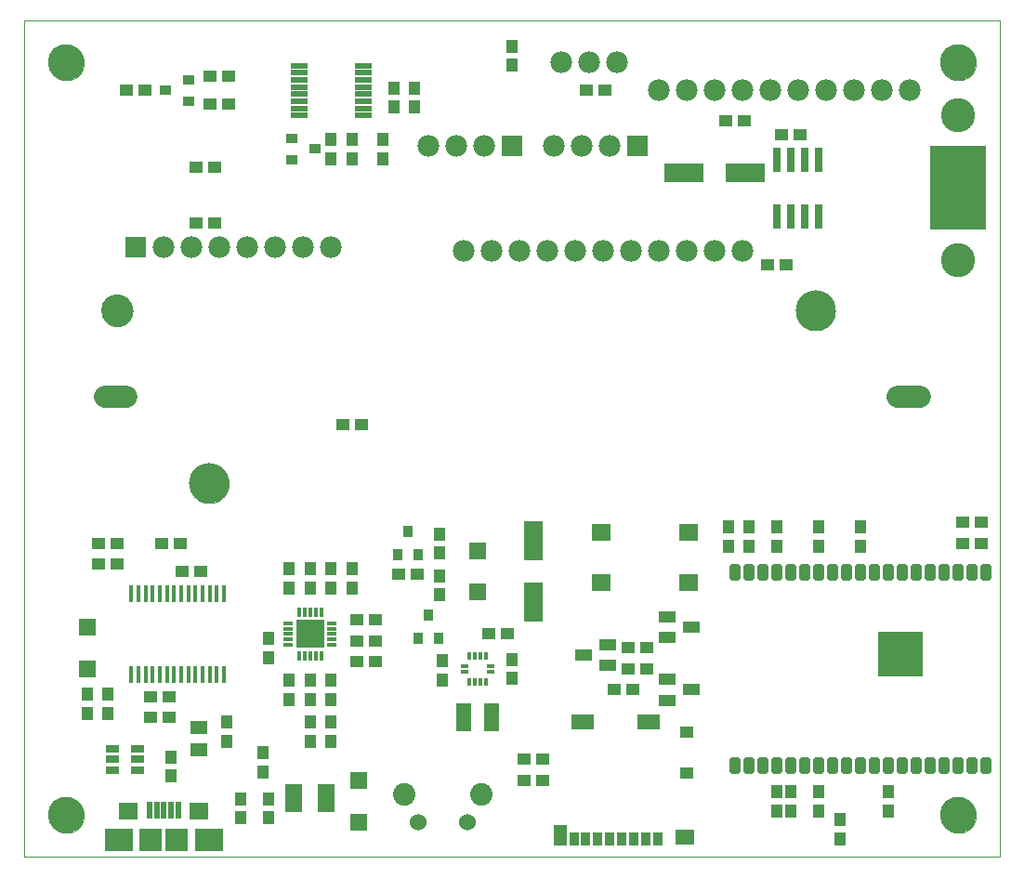
<source format=gts>
G75*
%MOIN*%
%OFA0B0*%
%FSLAX25Y25*%
%IPPOS*%
%LPD*%
%AMOC8*
5,1,8,0,0,1.08239X$1,22.5*
%
%ADD10C,0.00000*%
%ADD11C,0.12998*%
%ADD12C,0.02031*%
%ADD13R,0.16148X0.16148*%
%ADD14C,0.08077*%
%ADD15C,0.14400*%
%ADD16C,0.11424*%
%ADD17C,0.12211*%
%ADD18R,0.20400X0.30400*%
%ADD19R,0.04337X0.04731*%
%ADD20R,0.04731X0.04337*%
%ADD21R,0.01975X0.05912*%
%ADD22R,0.07880X0.07880*%
%ADD23R,0.09849X0.07880*%
%ADD24R,0.06699X0.06306*%
%ADD25R,0.05006X0.07487*%
%ADD26R,0.06502X0.05715*%
%ADD27R,0.03746X0.04731*%
%ADD28R,0.03353X0.04731*%
%ADD29R,0.07880X0.05715*%
%ADD30R,0.05124X0.04337*%
%ADD31R,0.05124X0.02762*%
%ADD32R,0.05912X0.05912*%
%ADD33C,0.07800*%
%ADD34R,0.07800X0.07800*%
%ADD35R,0.06306X0.05124*%
%ADD36R,0.06699X0.05912*%
%ADD37R,0.03943X0.03550*%
%ADD38R,0.05912X0.04337*%
%ADD39R,0.01770X0.05900*%
%ADD40R,0.02762X0.09061*%
%ADD41R,0.06306X0.01975*%
%ADD42R,0.01581X0.03353*%
%ADD43R,0.03353X0.01581*%
%ADD44R,0.10236X0.10236*%
%ADD45R,0.01384X0.03156*%
%ADD46R,0.03156X0.01384*%
%ADD47R,0.05518X0.10439*%
%ADD48R,0.06306X0.09849*%
%ADD49C,0.06022*%
%ADD50C,0.08077*%
%ADD51R,0.06699X0.14180*%
%ADD52R,0.14180X0.06699*%
%ADD53R,0.03550X0.03943*%
D10*
X0002050Y0016291D02*
X0002050Y0316291D01*
X0352050Y0316291D01*
X0352050Y0016291D01*
X0002050Y0016291D01*
X0010751Y0031291D02*
X0010753Y0031449D01*
X0010759Y0031607D01*
X0010769Y0031765D01*
X0010783Y0031923D01*
X0010801Y0032080D01*
X0010822Y0032237D01*
X0010848Y0032393D01*
X0010878Y0032549D01*
X0010911Y0032704D01*
X0010949Y0032857D01*
X0010990Y0033010D01*
X0011035Y0033162D01*
X0011084Y0033313D01*
X0011137Y0033462D01*
X0011193Y0033610D01*
X0011253Y0033756D01*
X0011317Y0033901D01*
X0011385Y0034044D01*
X0011456Y0034186D01*
X0011530Y0034326D01*
X0011608Y0034463D01*
X0011690Y0034599D01*
X0011774Y0034733D01*
X0011863Y0034864D01*
X0011954Y0034993D01*
X0012049Y0035120D01*
X0012146Y0035245D01*
X0012247Y0035367D01*
X0012351Y0035486D01*
X0012458Y0035603D01*
X0012568Y0035717D01*
X0012681Y0035828D01*
X0012796Y0035937D01*
X0012914Y0036042D01*
X0013035Y0036144D01*
X0013158Y0036244D01*
X0013284Y0036340D01*
X0013412Y0036433D01*
X0013542Y0036523D01*
X0013675Y0036609D01*
X0013810Y0036693D01*
X0013946Y0036772D01*
X0014085Y0036849D01*
X0014226Y0036921D01*
X0014368Y0036991D01*
X0014512Y0037056D01*
X0014658Y0037118D01*
X0014805Y0037176D01*
X0014954Y0037231D01*
X0015104Y0037282D01*
X0015255Y0037329D01*
X0015407Y0037372D01*
X0015560Y0037411D01*
X0015715Y0037447D01*
X0015870Y0037478D01*
X0016026Y0037506D01*
X0016182Y0037530D01*
X0016339Y0037550D01*
X0016497Y0037566D01*
X0016654Y0037578D01*
X0016813Y0037586D01*
X0016971Y0037590D01*
X0017129Y0037590D01*
X0017287Y0037586D01*
X0017446Y0037578D01*
X0017603Y0037566D01*
X0017761Y0037550D01*
X0017918Y0037530D01*
X0018074Y0037506D01*
X0018230Y0037478D01*
X0018385Y0037447D01*
X0018540Y0037411D01*
X0018693Y0037372D01*
X0018845Y0037329D01*
X0018996Y0037282D01*
X0019146Y0037231D01*
X0019295Y0037176D01*
X0019442Y0037118D01*
X0019588Y0037056D01*
X0019732Y0036991D01*
X0019874Y0036921D01*
X0020015Y0036849D01*
X0020154Y0036772D01*
X0020290Y0036693D01*
X0020425Y0036609D01*
X0020558Y0036523D01*
X0020688Y0036433D01*
X0020816Y0036340D01*
X0020942Y0036244D01*
X0021065Y0036144D01*
X0021186Y0036042D01*
X0021304Y0035937D01*
X0021419Y0035828D01*
X0021532Y0035717D01*
X0021642Y0035603D01*
X0021749Y0035486D01*
X0021853Y0035367D01*
X0021954Y0035245D01*
X0022051Y0035120D01*
X0022146Y0034993D01*
X0022237Y0034864D01*
X0022326Y0034733D01*
X0022410Y0034599D01*
X0022492Y0034463D01*
X0022570Y0034326D01*
X0022644Y0034186D01*
X0022715Y0034044D01*
X0022783Y0033901D01*
X0022847Y0033756D01*
X0022907Y0033610D01*
X0022963Y0033462D01*
X0023016Y0033313D01*
X0023065Y0033162D01*
X0023110Y0033010D01*
X0023151Y0032857D01*
X0023189Y0032704D01*
X0023222Y0032549D01*
X0023252Y0032393D01*
X0023278Y0032237D01*
X0023299Y0032080D01*
X0023317Y0031923D01*
X0023331Y0031765D01*
X0023341Y0031607D01*
X0023347Y0031449D01*
X0023349Y0031291D01*
X0023347Y0031133D01*
X0023341Y0030975D01*
X0023331Y0030817D01*
X0023317Y0030659D01*
X0023299Y0030502D01*
X0023278Y0030345D01*
X0023252Y0030189D01*
X0023222Y0030033D01*
X0023189Y0029878D01*
X0023151Y0029725D01*
X0023110Y0029572D01*
X0023065Y0029420D01*
X0023016Y0029269D01*
X0022963Y0029120D01*
X0022907Y0028972D01*
X0022847Y0028826D01*
X0022783Y0028681D01*
X0022715Y0028538D01*
X0022644Y0028396D01*
X0022570Y0028256D01*
X0022492Y0028119D01*
X0022410Y0027983D01*
X0022326Y0027849D01*
X0022237Y0027718D01*
X0022146Y0027589D01*
X0022051Y0027462D01*
X0021954Y0027337D01*
X0021853Y0027215D01*
X0021749Y0027096D01*
X0021642Y0026979D01*
X0021532Y0026865D01*
X0021419Y0026754D01*
X0021304Y0026645D01*
X0021186Y0026540D01*
X0021065Y0026438D01*
X0020942Y0026338D01*
X0020816Y0026242D01*
X0020688Y0026149D01*
X0020558Y0026059D01*
X0020425Y0025973D01*
X0020290Y0025889D01*
X0020154Y0025810D01*
X0020015Y0025733D01*
X0019874Y0025661D01*
X0019732Y0025591D01*
X0019588Y0025526D01*
X0019442Y0025464D01*
X0019295Y0025406D01*
X0019146Y0025351D01*
X0018996Y0025300D01*
X0018845Y0025253D01*
X0018693Y0025210D01*
X0018540Y0025171D01*
X0018385Y0025135D01*
X0018230Y0025104D01*
X0018074Y0025076D01*
X0017918Y0025052D01*
X0017761Y0025032D01*
X0017603Y0025016D01*
X0017446Y0025004D01*
X0017287Y0024996D01*
X0017129Y0024992D01*
X0016971Y0024992D01*
X0016813Y0024996D01*
X0016654Y0025004D01*
X0016497Y0025016D01*
X0016339Y0025032D01*
X0016182Y0025052D01*
X0016026Y0025076D01*
X0015870Y0025104D01*
X0015715Y0025135D01*
X0015560Y0025171D01*
X0015407Y0025210D01*
X0015255Y0025253D01*
X0015104Y0025300D01*
X0014954Y0025351D01*
X0014805Y0025406D01*
X0014658Y0025464D01*
X0014512Y0025526D01*
X0014368Y0025591D01*
X0014226Y0025661D01*
X0014085Y0025733D01*
X0013946Y0025810D01*
X0013810Y0025889D01*
X0013675Y0025973D01*
X0013542Y0026059D01*
X0013412Y0026149D01*
X0013284Y0026242D01*
X0013158Y0026338D01*
X0013035Y0026438D01*
X0012914Y0026540D01*
X0012796Y0026645D01*
X0012681Y0026754D01*
X0012568Y0026865D01*
X0012458Y0026979D01*
X0012351Y0027096D01*
X0012247Y0027215D01*
X0012146Y0027337D01*
X0012049Y0027462D01*
X0011954Y0027589D01*
X0011863Y0027718D01*
X0011774Y0027849D01*
X0011690Y0027983D01*
X0011608Y0028119D01*
X0011530Y0028256D01*
X0011456Y0028396D01*
X0011385Y0028538D01*
X0011317Y0028681D01*
X0011253Y0028826D01*
X0011193Y0028972D01*
X0011137Y0029120D01*
X0011084Y0029269D01*
X0011035Y0029420D01*
X0010990Y0029572D01*
X0010949Y0029725D01*
X0010911Y0029878D01*
X0010878Y0030033D01*
X0010848Y0030189D01*
X0010822Y0030345D01*
X0010801Y0030502D01*
X0010783Y0030659D01*
X0010769Y0030817D01*
X0010759Y0030975D01*
X0010753Y0031133D01*
X0010751Y0031291D01*
X0061300Y0150291D02*
X0061302Y0150463D01*
X0061308Y0150634D01*
X0061319Y0150806D01*
X0061334Y0150977D01*
X0061353Y0151148D01*
X0061376Y0151318D01*
X0061403Y0151488D01*
X0061435Y0151657D01*
X0061470Y0151825D01*
X0061510Y0151992D01*
X0061554Y0152158D01*
X0061601Y0152323D01*
X0061653Y0152487D01*
X0061709Y0152649D01*
X0061769Y0152810D01*
X0061833Y0152970D01*
X0061901Y0153128D01*
X0061972Y0153284D01*
X0062047Y0153438D01*
X0062127Y0153591D01*
X0062209Y0153741D01*
X0062296Y0153890D01*
X0062386Y0154036D01*
X0062480Y0154180D01*
X0062577Y0154322D01*
X0062678Y0154461D01*
X0062782Y0154598D01*
X0062889Y0154732D01*
X0063000Y0154863D01*
X0063113Y0154992D01*
X0063230Y0155118D01*
X0063350Y0155241D01*
X0063473Y0155361D01*
X0063599Y0155478D01*
X0063728Y0155591D01*
X0063859Y0155702D01*
X0063993Y0155809D01*
X0064130Y0155913D01*
X0064269Y0156014D01*
X0064411Y0156111D01*
X0064555Y0156205D01*
X0064701Y0156295D01*
X0064850Y0156382D01*
X0065000Y0156464D01*
X0065153Y0156544D01*
X0065307Y0156619D01*
X0065463Y0156690D01*
X0065621Y0156758D01*
X0065781Y0156822D01*
X0065942Y0156882D01*
X0066104Y0156938D01*
X0066268Y0156990D01*
X0066433Y0157037D01*
X0066599Y0157081D01*
X0066766Y0157121D01*
X0066934Y0157156D01*
X0067103Y0157188D01*
X0067273Y0157215D01*
X0067443Y0157238D01*
X0067614Y0157257D01*
X0067785Y0157272D01*
X0067957Y0157283D01*
X0068128Y0157289D01*
X0068300Y0157291D01*
X0068472Y0157289D01*
X0068643Y0157283D01*
X0068815Y0157272D01*
X0068986Y0157257D01*
X0069157Y0157238D01*
X0069327Y0157215D01*
X0069497Y0157188D01*
X0069666Y0157156D01*
X0069834Y0157121D01*
X0070001Y0157081D01*
X0070167Y0157037D01*
X0070332Y0156990D01*
X0070496Y0156938D01*
X0070658Y0156882D01*
X0070819Y0156822D01*
X0070979Y0156758D01*
X0071137Y0156690D01*
X0071293Y0156619D01*
X0071447Y0156544D01*
X0071600Y0156464D01*
X0071750Y0156382D01*
X0071899Y0156295D01*
X0072045Y0156205D01*
X0072189Y0156111D01*
X0072331Y0156014D01*
X0072470Y0155913D01*
X0072607Y0155809D01*
X0072741Y0155702D01*
X0072872Y0155591D01*
X0073001Y0155478D01*
X0073127Y0155361D01*
X0073250Y0155241D01*
X0073370Y0155118D01*
X0073487Y0154992D01*
X0073600Y0154863D01*
X0073711Y0154732D01*
X0073818Y0154598D01*
X0073922Y0154461D01*
X0074023Y0154322D01*
X0074120Y0154180D01*
X0074214Y0154036D01*
X0074304Y0153890D01*
X0074391Y0153741D01*
X0074473Y0153591D01*
X0074553Y0153438D01*
X0074628Y0153284D01*
X0074699Y0153128D01*
X0074767Y0152970D01*
X0074831Y0152810D01*
X0074891Y0152649D01*
X0074947Y0152487D01*
X0074999Y0152323D01*
X0075046Y0152158D01*
X0075090Y0151992D01*
X0075130Y0151825D01*
X0075165Y0151657D01*
X0075197Y0151488D01*
X0075224Y0151318D01*
X0075247Y0151148D01*
X0075266Y0150977D01*
X0075281Y0150806D01*
X0075292Y0150634D01*
X0075298Y0150463D01*
X0075300Y0150291D01*
X0075298Y0150119D01*
X0075292Y0149948D01*
X0075281Y0149776D01*
X0075266Y0149605D01*
X0075247Y0149434D01*
X0075224Y0149264D01*
X0075197Y0149094D01*
X0075165Y0148925D01*
X0075130Y0148757D01*
X0075090Y0148590D01*
X0075046Y0148424D01*
X0074999Y0148259D01*
X0074947Y0148095D01*
X0074891Y0147933D01*
X0074831Y0147772D01*
X0074767Y0147612D01*
X0074699Y0147454D01*
X0074628Y0147298D01*
X0074553Y0147144D01*
X0074473Y0146991D01*
X0074391Y0146841D01*
X0074304Y0146692D01*
X0074214Y0146546D01*
X0074120Y0146402D01*
X0074023Y0146260D01*
X0073922Y0146121D01*
X0073818Y0145984D01*
X0073711Y0145850D01*
X0073600Y0145719D01*
X0073487Y0145590D01*
X0073370Y0145464D01*
X0073250Y0145341D01*
X0073127Y0145221D01*
X0073001Y0145104D01*
X0072872Y0144991D01*
X0072741Y0144880D01*
X0072607Y0144773D01*
X0072470Y0144669D01*
X0072331Y0144568D01*
X0072189Y0144471D01*
X0072045Y0144377D01*
X0071899Y0144287D01*
X0071750Y0144200D01*
X0071600Y0144118D01*
X0071447Y0144038D01*
X0071293Y0143963D01*
X0071137Y0143892D01*
X0070979Y0143824D01*
X0070819Y0143760D01*
X0070658Y0143700D01*
X0070496Y0143644D01*
X0070332Y0143592D01*
X0070167Y0143545D01*
X0070001Y0143501D01*
X0069834Y0143461D01*
X0069666Y0143426D01*
X0069497Y0143394D01*
X0069327Y0143367D01*
X0069157Y0143344D01*
X0068986Y0143325D01*
X0068815Y0143310D01*
X0068643Y0143299D01*
X0068472Y0143293D01*
X0068300Y0143291D01*
X0068128Y0143293D01*
X0067957Y0143299D01*
X0067785Y0143310D01*
X0067614Y0143325D01*
X0067443Y0143344D01*
X0067273Y0143367D01*
X0067103Y0143394D01*
X0066934Y0143426D01*
X0066766Y0143461D01*
X0066599Y0143501D01*
X0066433Y0143545D01*
X0066268Y0143592D01*
X0066104Y0143644D01*
X0065942Y0143700D01*
X0065781Y0143760D01*
X0065621Y0143824D01*
X0065463Y0143892D01*
X0065307Y0143963D01*
X0065153Y0144038D01*
X0065000Y0144118D01*
X0064850Y0144200D01*
X0064701Y0144287D01*
X0064555Y0144377D01*
X0064411Y0144471D01*
X0064269Y0144568D01*
X0064130Y0144669D01*
X0063993Y0144773D01*
X0063859Y0144880D01*
X0063728Y0144991D01*
X0063599Y0145104D01*
X0063473Y0145221D01*
X0063350Y0145341D01*
X0063230Y0145464D01*
X0063113Y0145590D01*
X0063000Y0145719D01*
X0062889Y0145850D01*
X0062782Y0145984D01*
X0062678Y0146121D01*
X0062577Y0146260D01*
X0062480Y0146402D01*
X0062386Y0146546D01*
X0062296Y0146692D01*
X0062209Y0146841D01*
X0062127Y0146991D01*
X0062047Y0147144D01*
X0061972Y0147298D01*
X0061901Y0147454D01*
X0061833Y0147612D01*
X0061769Y0147772D01*
X0061709Y0147933D01*
X0061653Y0148095D01*
X0061601Y0148259D01*
X0061554Y0148424D01*
X0061510Y0148590D01*
X0061470Y0148757D01*
X0061435Y0148925D01*
X0061403Y0149094D01*
X0061376Y0149264D01*
X0061353Y0149434D01*
X0061334Y0149605D01*
X0061319Y0149776D01*
X0061308Y0149948D01*
X0061302Y0150119D01*
X0061300Y0150291D01*
X0029788Y0212291D02*
X0029790Y0212439D01*
X0029796Y0212587D01*
X0029806Y0212735D01*
X0029820Y0212882D01*
X0029838Y0213029D01*
X0029859Y0213175D01*
X0029885Y0213321D01*
X0029915Y0213466D01*
X0029948Y0213610D01*
X0029986Y0213753D01*
X0030027Y0213895D01*
X0030072Y0214036D01*
X0030120Y0214176D01*
X0030173Y0214315D01*
X0030229Y0214452D01*
X0030289Y0214587D01*
X0030352Y0214721D01*
X0030419Y0214853D01*
X0030490Y0214983D01*
X0030564Y0215111D01*
X0030641Y0215237D01*
X0030722Y0215361D01*
X0030806Y0215483D01*
X0030893Y0215602D01*
X0030984Y0215719D01*
X0031078Y0215834D01*
X0031174Y0215946D01*
X0031274Y0216056D01*
X0031376Y0216162D01*
X0031482Y0216266D01*
X0031590Y0216367D01*
X0031701Y0216465D01*
X0031814Y0216561D01*
X0031930Y0216653D01*
X0032048Y0216742D01*
X0032169Y0216827D01*
X0032292Y0216910D01*
X0032417Y0216989D01*
X0032544Y0217065D01*
X0032673Y0217137D01*
X0032804Y0217206D01*
X0032937Y0217271D01*
X0033072Y0217332D01*
X0033208Y0217390D01*
X0033345Y0217445D01*
X0033484Y0217495D01*
X0033625Y0217542D01*
X0033766Y0217585D01*
X0033909Y0217625D01*
X0034053Y0217660D01*
X0034197Y0217692D01*
X0034343Y0217719D01*
X0034489Y0217743D01*
X0034636Y0217763D01*
X0034783Y0217779D01*
X0034930Y0217791D01*
X0035078Y0217799D01*
X0035226Y0217803D01*
X0035374Y0217803D01*
X0035522Y0217799D01*
X0035670Y0217791D01*
X0035817Y0217779D01*
X0035964Y0217763D01*
X0036111Y0217743D01*
X0036257Y0217719D01*
X0036403Y0217692D01*
X0036547Y0217660D01*
X0036691Y0217625D01*
X0036834Y0217585D01*
X0036975Y0217542D01*
X0037116Y0217495D01*
X0037255Y0217445D01*
X0037392Y0217390D01*
X0037528Y0217332D01*
X0037663Y0217271D01*
X0037796Y0217206D01*
X0037927Y0217137D01*
X0038056Y0217065D01*
X0038183Y0216989D01*
X0038308Y0216910D01*
X0038431Y0216827D01*
X0038552Y0216742D01*
X0038670Y0216653D01*
X0038786Y0216561D01*
X0038899Y0216465D01*
X0039010Y0216367D01*
X0039118Y0216266D01*
X0039224Y0216162D01*
X0039326Y0216056D01*
X0039426Y0215946D01*
X0039522Y0215834D01*
X0039616Y0215719D01*
X0039707Y0215602D01*
X0039794Y0215483D01*
X0039878Y0215361D01*
X0039959Y0215237D01*
X0040036Y0215111D01*
X0040110Y0214983D01*
X0040181Y0214853D01*
X0040248Y0214721D01*
X0040311Y0214587D01*
X0040371Y0214452D01*
X0040427Y0214315D01*
X0040480Y0214176D01*
X0040528Y0214036D01*
X0040573Y0213895D01*
X0040614Y0213753D01*
X0040652Y0213610D01*
X0040685Y0213466D01*
X0040715Y0213321D01*
X0040741Y0213175D01*
X0040762Y0213029D01*
X0040780Y0212882D01*
X0040794Y0212735D01*
X0040804Y0212587D01*
X0040810Y0212439D01*
X0040812Y0212291D01*
X0040810Y0212143D01*
X0040804Y0211995D01*
X0040794Y0211847D01*
X0040780Y0211700D01*
X0040762Y0211553D01*
X0040741Y0211407D01*
X0040715Y0211261D01*
X0040685Y0211116D01*
X0040652Y0210972D01*
X0040614Y0210829D01*
X0040573Y0210687D01*
X0040528Y0210546D01*
X0040480Y0210406D01*
X0040427Y0210267D01*
X0040371Y0210130D01*
X0040311Y0209995D01*
X0040248Y0209861D01*
X0040181Y0209729D01*
X0040110Y0209599D01*
X0040036Y0209471D01*
X0039959Y0209345D01*
X0039878Y0209221D01*
X0039794Y0209099D01*
X0039707Y0208980D01*
X0039616Y0208863D01*
X0039522Y0208748D01*
X0039426Y0208636D01*
X0039326Y0208526D01*
X0039224Y0208420D01*
X0039118Y0208316D01*
X0039010Y0208215D01*
X0038899Y0208117D01*
X0038786Y0208021D01*
X0038670Y0207929D01*
X0038552Y0207840D01*
X0038431Y0207755D01*
X0038308Y0207672D01*
X0038183Y0207593D01*
X0038056Y0207517D01*
X0037927Y0207445D01*
X0037796Y0207376D01*
X0037663Y0207311D01*
X0037528Y0207250D01*
X0037392Y0207192D01*
X0037255Y0207137D01*
X0037116Y0207087D01*
X0036975Y0207040D01*
X0036834Y0206997D01*
X0036691Y0206957D01*
X0036547Y0206922D01*
X0036403Y0206890D01*
X0036257Y0206863D01*
X0036111Y0206839D01*
X0035964Y0206819D01*
X0035817Y0206803D01*
X0035670Y0206791D01*
X0035522Y0206783D01*
X0035374Y0206779D01*
X0035226Y0206779D01*
X0035078Y0206783D01*
X0034930Y0206791D01*
X0034783Y0206803D01*
X0034636Y0206819D01*
X0034489Y0206839D01*
X0034343Y0206863D01*
X0034197Y0206890D01*
X0034053Y0206922D01*
X0033909Y0206957D01*
X0033766Y0206997D01*
X0033625Y0207040D01*
X0033484Y0207087D01*
X0033345Y0207137D01*
X0033208Y0207192D01*
X0033072Y0207250D01*
X0032937Y0207311D01*
X0032804Y0207376D01*
X0032673Y0207445D01*
X0032544Y0207517D01*
X0032417Y0207593D01*
X0032292Y0207672D01*
X0032169Y0207755D01*
X0032048Y0207840D01*
X0031930Y0207929D01*
X0031814Y0208021D01*
X0031701Y0208117D01*
X0031590Y0208215D01*
X0031482Y0208316D01*
X0031376Y0208420D01*
X0031274Y0208526D01*
X0031174Y0208636D01*
X0031078Y0208748D01*
X0030984Y0208863D01*
X0030893Y0208980D01*
X0030806Y0209099D01*
X0030722Y0209221D01*
X0030641Y0209345D01*
X0030564Y0209471D01*
X0030490Y0209599D01*
X0030419Y0209729D01*
X0030352Y0209861D01*
X0030289Y0209995D01*
X0030229Y0210130D01*
X0030173Y0210267D01*
X0030120Y0210406D01*
X0030072Y0210546D01*
X0030027Y0210687D01*
X0029986Y0210829D01*
X0029948Y0210972D01*
X0029915Y0211116D01*
X0029885Y0211261D01*
X0029859Y0211407D01*
X0029838Y0211553D01*
X0029820Y0211700D01*
X0029806Y0211847D01*
X0029796Y0211995D01*
X0029790Y0212143D01*
X0029788Y0212291D01*
X0010751Y0301291D02*
X0010753Y0301449D01*
X0010759Y0301607D01*
X0010769Y0301765D01*
X0010783Y0301923D01*
X0010801Y0302080D01*
X0010822Y0302237D01*
X0010848Y0302393D01*
X0010878Y0302549D01*
X0010911Y0302704D01*
X0010949Y0302857D01*
X0010990Y0303010D01*
X0011035Y0303162D01*
X0011084Y0303313D01*
X0011137Y0303462D01*
X0011193Y0303610D01*
X0011253Y0303756D01*
X0011317Y0303901D01*
X0011385Y0304044D01*
X0011456Y0304186D01*
X0011530Y0304326D01*
X0011608Y0304463D01*
X0011690Y0304599D01*
X0011774Y0304733D01*
X0011863Y0304864D01*
X0011954Y0304993D01*
X0012049Y0305120D01*
X0012146Y0305245D01*
X0012247Y0305367D01*
X0012351Y0305486D01*
X0012458Y0305603D01*
X0012568Y0305717D01*
X0012681Y0305828D01*
X0012796Y0305937D01*
X0012914Y0306042D01*
X0013035Y0306144D01*
X0013158Y0306244D01*
X0013284Y0306340D01*
X0013412Y0306433D01*
X0013542Y0306523D01*
X0013675Y0306609D01*
X0013810Y0306693D01*
X0013946Y0306772D01*
X0014085Y0306849D01*
X0014226Y0306921D01*
X0014368Y0306991D01*
X0014512Y0307056D01*
X0014658Y0307118D01*
X0014805Y0307176D01*
X0014954Y0307231D01*
X0015104Y0307282D01*
X0015255Y0307329D01*
X0015407Y0307372D01*
X0015560Y0307411D01*
X0015715Y0307447D01*
X0015870Y0307478D01*
X0016026Y0307506D01*
X0016182Y0307530D01*
X0016339Y0307550D01*
X0016497Y0307566D01*
X0016654Y0307578D01*
X0016813Y0307586D01*
X0016971Y0307590D01*
X0017129Y0307590D01*
X0017287Y0307586D01*
X0017446Y0307578D01*
X0017603Y0307566D01*
X0017761Y0307550D01*
X0017918Y0307530D01*
X0018074Y0307506D01*
X0018230Y0307478D01*
X0018385Y0307447D01*
X0018540Y0307411D01*
X0018693Y0307372D01*
X0018845Y0307329D01*
X0018996Y0307282D01*
X0019146Y0307231D01*
X0019295Y0307176D01*
X0019442Y0307118D01*
X0019588Y0307056D01*
X0019732Y0306991D01*
X0019874Y0306921D01*
X0020015Y0306849D01*
X0020154Y0306772D01*
X0020290Y0306693D01*
X0020425Y0306609D01*
X0020558Y0306523D01*
X0020688Y0306433D01*
X0020816Y0306340D01*
X0020942Y0306244D01*
X0021065Y0306144D01*
X0021186Y0306042D01*
X0021304Y0305937D01*
X0021419Y0305828D01*
X0021532Y0305717D01*
X0021642Y0305603D01*
X0021749Y0305486D01*
X0021853Y0305367D01*
X0021954Y0305245D01*
X0022051Y0305120D01*
X0022146Y0304993D01*
X0022237Y0304864D01*
X0022326Y0304733D01*
X0022410Y0304599D01*
X0022492Y0304463D01*
X0022570Y0304326D01*
X0022644Y0304186D01*
X0022715Y0304044D01*
X0022783Y0303901D01*
X0022847Y0303756D01*
X0022907Y0303610D01*
X0022963Y0303462D01*
X0023016Y0303313D01*
X0023065Y0303162D01*
X0023110Y0303010D01*
X0023151Y0302857D01*
X0023189Y0302704D01*
X0023222Y0302549D01*
X0023252Y0302393D01*
X0023278Y0302237D01*
X0023299Y0302080D01*
X0023317Y0301923D01*
X0023331Y0301765D01*
X0023341Y0301607D01*
X0023347Y0301449D01*
X0023349Y0301291D01*
X0023347Y0301133D01*
X0023341Y0300975D01*
X0023331Y0300817D01*
X0023317Y0300659D01*
X0023299Y0300502D01*
X0023278Y0300345D01*
X0023252Y0300189D01*
X0023222Y0300033D01*
X0023189Y0299878D01*
X0023151Y0299725D01*
X0023110Y0299572D01*
X0023065Y0299420D01*
X0023016Y0299269D01*
X0022963Y0299120D01*
X0022907Y0298972D01*
X0022847Y0298826D01*
X0022783Y0298681D01*
X0022715Y0298538D01*
X0022644Y0298396D01*
X0022570Y0298256D01*
X0022492Y0298119D01*
X0022410Y0297983D01*
X0022326Y0297849D01*
X0022237Y0297718D01*
X0022146Y0297589D01*
X0022051Y0297462D01*
X0021954Y0297337D01*
X0021853Y0297215D01*
X0021749Y0297096D01*
X0021642Y0296979D01*
X0021532Y0296865D01*
X0021419Y0296754D01*
X0021304Y0296645D01*
X0021186Y0296540D01*
X0021065Y0296438D01*
X0020942Y0296338D01*
X0020816Y0296242D01*
X0020688Y0296149D01*
X0020558Y0296059D01*
X0020425Y0295973D01*
X0020290Y0295889D01*
X0020154Y0295810D01*
X0020015Y0295733D01*
X0019874Y0295661D01*
X0019732Y0295591D01*
X0019588Y0295526D01*
X0019442Y0295464D01*
X0019295Y0295406D01*
X0019146Y0295351D01*
X0018996Y0295300D01*
X0018845Y0295253D01*
X0018693Y0295210D01*
X0018540Y0295171D01*
X0018385Y0295135D01*
X0018230Y0295104D01*
X0018074Y0295076D01*
X0017918Y0295052D01*
X0017761Y0295032D01*
X0017603Y0295016D01*
X0017446Y0295004D01*
X0017287Y0294996D01*
X0017129Y0294992D01*
X0016971Y0294992D01*
X0016813Y0294996D01*
X0016654Y0295004D01*
X0016497Y0295016D01*
X0016339Y0295032D01*
X0016182Y0295052D01*
X0016026Y0295076D01*
X0015870Y0295104D01*
X0015715Y0295135D01*
X0015560Y0295171D01*
X0015407Y0295210D01*
X0015255Y0295253D01*
X0015104Y0295300D01*
X0014954Y0295351D01*
X0014805Y0295406D01*
X0014658Y0295464D01*
X0014512Y0295526D01*
X0014368Y0295591D01*
X0014226Y0295661D01*
X0014085Y0295733D01*
X0013946Y0295810D01*
X0013810Y0295889D01*
X0013675Y0295973D01*
X0013542Y0296059D01*
X0013412Y0296149D01*
X0013284Y0296242D01*
X0013158Y0296338D01*
X0013035Y0296438D01*
X0012914Y0296540D01*
X0012796Y0296645D01*
X0012681Y0296754D01*
X0012568Y0296865D01*
X0012458Y0296979D01*
X0012351Y0297096D01*
X0012247Y0297215D01*
X0012146Y0297337D01*
X0012049Y0297462D01*
X0011954Y0297589D01*
X0011863Y0297718D01*
X0011774Y0297849D01*
X0011690Y0297983D01*
X0011608Y0298119D01*
X0011530Y0298256D01*
X0011456Y0298396D01*
X0011385Y0298538D01*
X0011317Y0298681D01*
X0011253Y0298826D01*
X0011193Y0298972D01*
X0011137Y0299120D01*
X0011084Y0299269D01*
X0011035Y0299420D01*
X0010990Y0299572D01*
X0010949Y0299725D01*
X0010911Y0299878D01*
X0010878Y0300033D01*
X0010848Y0300189D01*
X0010822Y0300345D01*
X0010801Y0300502D01*
X0010783Y0300659D01*
X0010769Y0300817D01*
X0010759Y0300975D01*
X0010753Y0301133D01*
X0010751Y0301291D01*
X0278800Y0212291D02*
X0278802Y0212463D01*
X0278808Y0212634D01*
X0278819Y0212806D01*
X0278834Y0212977D01*
X0278853Y0213148D01*
X0278876Y0213318D01*
X0278903Y0213488D01*
X0278935Y0213657D01*
X0278970Y0213825D01*
X0279010Y0213992D01*
X0279054Y0214158D01*
X0279101Y0214323D01*
X0279153Y0214487D01*
X0279209Y0214649D01*
X0279269Y0214810D01*
X0279333Y0214970D01*
X0279401Y0215128D01*
X0279472Y0215284D01*
X0279547Y0215438D01*
X0279627Y0215591D01*
X0279709Y0215741D01*
X0279796Y0215890D01*
X0279886Y0216036D01*
X0279980Y0216180D01*
X0280077Y0216322D01*
X0280178Y0216461D01*
X0280282Y0216598D01*
X0280389Y0216732D01*
X0280500Y0216863D01*
X0280613Y0216992D01*
X0280730Y0217118D01*
X0280850Y0217241D01*
X0280973Y0217361D01*
X0281099Y0217478D01*
X0281228Y0217591D01*
X0281359Y0217702D01*
X0281493Y0217809D01*
X0281630Y0217913D01*
X0281769Y0218014D01*
X0281911Y0218111D01*
X0282055Y0218205D01*
X0282201Y0218295D01*
X0282350Y0218382D01*
X0282500Y0218464D01*
X0282653Y0218544D01*
X0282807Y0218619D01*
X0282963Y0218690D01*
X0283121Y0218758D01*
X0283281Y0218822D01*
X0283442Y0218882D01*
X0283604Y0218938D01*
X0283768Y0218990D01*
X0283933Y0219037D01*
X0284099Y0219081D01*
X0284266Y0219121D01*
X0284434Y0219156D01*
X0284603Y0219188D01*
X0284773Y0219215D01*
X0284943Y0219238D01*
X0285114Y0219257D01*
X0285285Y0219272D01*
X0285457Y0219283D01*
X0285628Y0219289D01*
X0285800Y0219291D01*
X0285972Y0219289D01*
X0286143Y0219283D01*
X0286315Y0219272D01*
X0286486Y0219257D01*
X0286657Y0219238D01*
X0286827Y0219215D01*
X0286997Y0219188D01*
X0287166Y0219156D01*
X0287334Y0219121D01*
X0287501Y0219081D01*
X0287667Y0219037D01*
X0287832Y0218990D01*
X0287996Y0218938D01*
X0288158Y0218882D01*
X0288319Y0218822D01*
X0288479Y0218758D01*
X0288637Y0218690D01*
X0288793Y0218619D01*
X0288947Y0218544D01*
X0289100Y0218464D01*
X0289250Y0218382D01*
X0289399Y0218295D01*
X0289545Y0218205D01*
X0289689Y0218111D01*
X0289831Y0218014D01*
X0289970Y0217913D01*
X0290107Y0217809D01*
X0290241Y0217702D01*
X0290372Y0217591D01*
X0290501Y0217478D01*
X0290627Y0217361D01*
X0290750Y0217241D01*
X0290870Y0217118D01*
X0290987Y0216992D01*
X0291100Y0216863D01*
X0291211Y0216732D01*
X0291318Y0216598D01*
X0291422Y0216461D01*
X0291523Y0216322D01*
X0291620Y0216180D01*
X0291714Y0216036D01*
X0291804Y0215890D01*
X0291891Y0215741D01*
X0291973Y0215591D01*
X0292053Y0215438D01*
X0292128Y0215284D01*
X0292199Y0215128D01*
X0292267Y0214970D01*
X0292331Y0214810D01*
X0292391Y0214649D01*
X0292447Y0214487D01*
X0292499Y0214323D01*
X0292546Y0214158D01*
X0292590Y0213992D01*
X0292630Y0213825D01*
X0292665Y0213657D01*
X0292697Y0213488D01*
X0292724Y0213318D01*
X0292747Y0213148D01*
X0292766Y0212977D01*
X0292781Y0212806D01*
X0292792Y0212634D01*
X0292798Y0212463D01*
X0292800Y0212291D01*
X0292798Y0212119D01*
X0292792Y0211948D01*
X0292781Y0211776D01*
X0292766Y0211605D01*
X0292747Y0211434D01*
X0292724Y0211264D01*
X0292697Y0211094D01*
X0292665Y0210925D01*
X0292630Y0210757D01*
X0292590Y0210590D01*
X0292546Y0210424D01*
X0292499Y0210259D01*
X0292447Y0210095D01*
X0292391Y0209933D01*
X0292331Y0209772D01*
X0292267Y0209612D01*
X0292199Y0209454D01*
X0292128Y0209298D01*
X0292053Y0209144D01*
X0291973Y0208991D01*
X0291891Y0208841D01*
X0291804Y0208692D01*
X0291714Y0208546D01*
X0291620Y0208402D01*
X0291523Y0208260D01*
X0291422Y0208121D01*
X0291318Y0207984D01*
X0291211Y0207850D01*
X0291100Y0207719D01*
X0290987Y0207590D01*
X0290870Y0207464D01*
X0290750Y0207341D01*
X0290627Y0207221D01*
X0290501Y0207104D01*
X0290372Y0206991D01*
X0290241Y0206880D01*
X0290107Y0206773D01*
X0289970Y0206669D01*
X0289831Y0206568D01*
X0289689Y0206471D01*
X0289545Y0206377D01*
X0289399Y0206287D01*
X0289250Y0206200D01*
X0289100Y0206118D01*
X0288947Y0206038D01*
X0288793Y0205963D01*
X0288637Y0205892D01*
X0288479Y0205824D01*
X0288319Y0205760D01*
X0288158Y0205700D01*
X0287996Y0205644D01*
X0287832Y0205592D01*
X0287667Y0205545D01*
X0287501Y0205501D01*
X0287334Y0205461D01*
X0287166Y0205426D01*
X0286997Y0205394D01*
X0286827Y0205367D01*
X0286657Y0205344D01*
X0286486Y0205325D01*
X0286315Y0205310D01*
X0286143Y0205299D01*
X0285972Y0205293D01*
X0285800Y0205291D01*
X0285628Y0205293D01*
X0285457Y0205299D01*
X0285285Y0205310D01*
X0285114Y0205325D01*
X0284943Y0205344D01*
X0284773Y0205367D01*
X0284603Y0205394D01*
X0284434Y0205426D01*
X0284266Y0205461D01*
X0284099Y0205501D01*
X0283933Y0205545D01*
X0283768Y0205592D01*
X0283604Y0205644D01*
X0283442Y0205700D01*
X0283281Y0205760D01*
X0283121Y0205824D01*
X0282963Y0205892D01*
X0282807Y0205963D01*
X0282653Y0206038D01*
X0282500Y0206118D01*
X0282350Y0206200D01*
X0282201Y0206287D01*
X0282055Y0206377D01*
X0281911Y0206471D01*
X0281769Y0206568D01*
X0281630Y0206669D01*
X0281493Y0206773D01*
X0281359Y0206880D01*
X0281228Y0206991D01*
X0281099Y0207104D01*
X0280973Y0207221D01*
X0280850Y0207341D01*
X0280730Y0207464D01*
X0280613Y0207590D01*
X0280500Y0207719D01*
X0280389Y0207850D01*
X0280282Y0207984D01*
X0280178Y0208121D01*
X0280077Y0208260D01*
X0279980Y0208402D01*
X0279886Y0208546D01*
X0279796Y0208692D01*
X0279709Y0208841D01*
X0279627Y0208991D01*
X0279547Y0209144D01*
X0279472Y0209298D01*
X0279401Y0209454D01*
X0279333Y0209612D01*
X0279269Y0209772D01*
X0279209Y0209933D01*
X0279153Y0210095D01*
X0279101Y0210259D01*
X0279054Y0210424D01*
X0279010Y0210590D01*
X0278970Y0210757D01*
X0278935Y0210925D01*
X0278903Y0211094D01*
X0278876Y0211264D01*
X0278853Y0211434D01*
X0278834Y0211605D01*
X0278819Y0211776D01*
X0278808Y0211948D01*
X0278802Y0212119D01*
X0278800Y0212291D01*
X0330751Y0301291D02*
X0330753Y0301449D01*
X0330759Y0301607D01*
X0330769Y0301765D01*
X0330783Y0301923D01*
X0330801Y0302080D01*
X0330822Y0302237D01*
X0330848Y0302393D01*
X0330878Y0302549D01*
X0330911Y0302704D01*
X0330949Y0302857D01*
X0330990Y0303010D01*
X0331035Y0303162D01*
X0331084Y0303313D01*
X0331137Y0303462D01*
X0331193Y0303610D01*
X0331253Y0303756D01*
X0331317Y0303901D01*
X0331385Y0304044D01*
X0331456Y0304186D01*
X0331530Y0304326D01*
X0331608Y0304463D01*
X0331690Y0304599D01*
X0331774Y0304733D01*
X0331863Y0304864D01*
X0331954Y0304993D01*
X0332049Y0305120D01*
X0332146Y0305245D01*
X0332247Y0305367D01*
X0332351Y0305486D01*
X0332458Y0305603D01*
X0332568Y0305717D01*
X0332681Y0305828D01*
X0332796Y0305937D01*
X0332914Y0306042D01*
X0333035Y0306144D01*
X0333158Y0306244D01*
X0333284Y0306340D01*
X0333412Y0306433D01*
X0333542Y0306523D01*
X0333675Y0306609D01*
X0333810Y0306693D01*
X0333946Y0306772D01*
X0334085Y0306849D01*
X0334226Y0306921D01*
X0334368Y0306991D01*
X0334512Y0307056D01*
X0334658Y0307118D01*
X0334805Y0307176D01*
X0334954Y0307231D01*
X0335104Y0307282D01*
X0335255Y0307329D01*
X0335407Y0307372D01*
X0335560Y0307411D01*
X0335715Y0307447D01*
X0335870Y0307478D01*
X0336026Y0307506D01*
X0336182Y0307530D01*
X0336339Y0307550D01*
X0336497Y0307566D01*
X0336654Y0307578D01*
X0336813Y0307586D01*
X0336971Y0307590D01*
X0337129Y0307590D01*
X0337287Y0307586D01*
X0337446Y0307578D01*
X0337603Y0307566D01*
X0337761Y0307550D01*
X0337918Y0307530D01*
X0338074Y0307506D01*
X0338230Y0307478D01*
X0338385Y0307447D01*
X0338540Y0307411D01*
X0338693Y0307372D01*
X0338845Y0307329D01*
X0338996Y0307282D01*
X0339146Y0307231D01*
X0339295Y0307176D01*
X0339442Y0307118D01*
X0339588Y0307056D01*
X0339732Y0306991D01*
X0339874Y0306921D01*
X0340015Y0306849D01*
X0340154Y0306772D01*
X0340290Y0306693D01*
X0340425Y0306609D01*
X0340558Y0306523D01*
X0340688Y0306433D01*
X0340816Y0306340D01*
X0340942Y0306244D01*
X0341065Y0306144D01*
X0341186Y0306042D01*
X0341304Y0305937D01*
X0341419Y0305828D01*
X0341532Y0305717D01*
X0341642Y0305603D01*
X0341749Y0305486D01*
X0341853Y0305367D01*
X0341954Y0305245D01*
X0342051Y0305120D01*
X0342146Y0304993D01*
X0342237Y0304864D01*
X0342326Y0304733D01*
X0342410Y0304599D01*
X0342492Y0304463D01*
X0342570Y0304326D01*
X0342644Y0304186D01*
X0342715Y0304044D01*
X0342783Y0303901D01*
X0342847Y0303756D01*
X0342907Y0303610D01*
X0342963Y0303462D01*
X0343016Y0303313D01*
X0343065Y0303162D01*
X0343110Y0303010D01*
X0343151Y0302857D01*
X0343189Y0302704D01*
X0343222Y0302549D01*
X0343252Y0302393D01*
X0343278Y0302237D01*
X0343299Y0302080D01*
X0343317Y0301923D01*
X0343331Y0301765D01*
X0343341Y0301607D01*
X0343347Y0301449D01*
X0343349Y0301291D01*
X0343347Y0301133D01*
X0343341Y0300975D01*
X0343331Y0300817D01*
X0343317Y0300659D01*
X0343299Y0300502D01*
X0343278Y0300345D01*
X0343252Y0300189D01*
X0343222Y0300033D01*
X0343189Y0299878D01*
X0343151Y0299725D01*
X0343110Y0299572D01*
X0343065Y0299420D01*
X0343016Y0299269D01*
X0342963Y0299120D01*
X0342907Y0298972D01*
X0342847Y0298826D01*
X0342783Y0298681D01*
X0342715Y0298538D01*
X0342644Y0298396D01*
X0342570Y0298256D01*
X0342492Y0298119D01*
X0342410Y0297983D01*
X0342326Y0297849D01*
X0342237Y0297718D01*
X0342146Y0297589D01*
X0342051Y0297462D01*
X0341954Y0297337D01*
X0341853Y0297215D01*
X0341749Y0297096D01*
X0341642Y0296979D01*
X0341532Y0296865D01*
X0341419Y0296754D01*
X0341304Y0296645D01*
X0341186Y0296540D01*
X0341065Y0296438D01*
X0340942Y0296338D01*
X0340816Y0296242D01*
X0340688Y0296149D01*
X0340558Y0296059D01*
X0340425Y0295973D01*
X0340290Y0295889D01*
X0340154Y0295810D01*
X0340015Y0295733D01*
X0339874Y0295661D01*
X0339732Y0295591D01*
X0339588Y0295526D01*
X0339442Y0295464D01*
X0339295Y0295406D01*
X0339146Y0295351D01*
X0338996Y0295300D01*
X0338845Y0295253D01*
X0338693Y0295210D01*
X0338540Y0295171D01*
X0338385Y0295135D01*
X0338230Y0295104D01*
X0338074Y0295076D01*
X0337918Y0295052D01*
X0337761Y0295032D01*
X0337603Y0295016D01*
X0337446Y0295004D01*
X0337287Y0294996D01*
X0337129Y0294992D01*
X0336971Y0294992D01*
X0336813Y0294996D01*
X0336654Y0295004D01*
X0336497Y0295016D01*
X0336339Y0295032D01*
X0336182Y0295052D01*
X0336026Y0295076D01*
X0335870Y0295104D01*
X0335715Y0295135D01*
X0335560Y0295171D01*
X0335407Y0295210D01*
X0335255Y0295253D01*
X0335104Y0295300D01*
X0334954Y0295351D01*
X0334805Y0295406D01*
X0334658Y0295464D01*
X0334512Y0295526D01*
X0334368Y0295591D01*
X0334226Y0295661D01*
X0334085Y0295733D01*
X0333946Y0295810D01*
X0333810Y0295889D01*
X0333675Y0295973D01*
X0333542Y0296059D01*
X0333412Y0296149D01*
X0333284Y0296242D01*
X0333158Y0296338D01*
X0333035Y0296438D01*
X0332914Y0296540D01*
X0332796Y0296645D01*
X0332681Y0296754D01*
X0332568Y0296865D01*
X0332458Y0296979D01*
X0332351Y0297096D01*
X0332247Y0297215D01*
X0332146Y0297337D01*
X0332049Y0297462D01*
X0331954Y0297589D01*
X0331863Y0297718D01*
X0331774Y0297849D01*
X0331690Y0297983D01*
X0331608Y0298119D01*
X0331530Y0298256D01*
X0331456Y0298396D01*
X0331385Y0298538D01*
X0331317Y0298681D01*
X0331253Y0298826D01*
X0331193Y0298972D01*
X0331137Y0299120D01*
X0331084Y0299269D01*
X0331035Y0299420D01*
X0330990Y0299572D01*
X0330949Y0299725D01*
X0330911Y0299878D01*
X0330878Y0300033D01*
X0330848Y0300189D01*
X0330822Y0300345D01*
X0330801Y0300502D01*
X0330783Y0300659D01*
X0330769Y0300817D01*
X0330759Y0300975D01*
X0330753Y0301133D01*
X0330751Y0301291D01*
X0330751Y0031291D02*
X0330753Y0031449D01*
X0330759Y0031607D01*
X0330769Y0031765D01*
X0330783Y0031923D01*
X0330801Y0032080D01*
X0330822Y0032237D01*
X0330848Y0032393D01*
X0330878Y0032549D01*
X0330911Y0032704D01*
X0330949Y0032857D01*
X0330990Y0033010D01*
X0331035Y0033162D01*
X0331084Y0033313D01*
X0331137Y0033462D01*
X0331193Y0033610D01*
X0331253Y0033756D01*
X0331317Y0033901D01*
X0331385Y0034044D01*
X0331456Y0034186D01*
X0331530Y0034326D01*
X0331608Y0034463D01*
X0331690Y0034599D01*
X0331774Y0034733D01*
X0331863Y0034864D01*
X0331954Y0034993D01*
X0332049Y0035120D01*
X0332146Y0035245D01*
X0332247Y0035367D01*
X0332351Y0035486D01*
X0332458Y0035603D01*
X0332568Y0035717D01*
X0332681Y0035828D01*
X0332796Y0035937D01*
X0332914Y0036042D01*
X0333035Y0036144D01*
X0333158Y0036244D01*
X0333284Y0036340D01*
X0333412Y0036433D01*
X0333542Y0036523D01*
X0333675Y0036609D01*
X0333810Y0036693D01*
X0333946Y0036772D01*
X0334085Y0036849D01*
X0334226Y0036921D01*
X0334368Y0036991D01*
X0334512Y0037056D01*
X0334658Y0037118D01*
X0334805Y0037176D01*
X0334954Y0037231D01*
X0335104Y0037282D01*
X0335255Y0037329D01*
X0335407Y0037372D01*
X0335560Y0037411D01*
X0335715Y0037447D01*
X0335870Y0037478D01*
X0336026Y0037506D01*
X0336182Y0037530D01*
X0336339Y0037550D01*
X0336497Y0037566D01*
X0336654Y0037578D01*
X0336813Y0037586D01*
X0336971Y0037590D01*
X0337129Y0037590D01*
X0337287Y0037586D01*
X0337446Y0037578D01*
X0337603Y0037566D01*
X0337761Y0037550D01*
X0337918Y0037530D01*
X0338074Y0037506D01*
X0338230Y0037478D01*
X0338385Y0037447D01*
X0338540Y0037411D01*
X0338693Y0037372D01*
X0338845Y0037329D01*
X0338996Y0037282D01*
X0339146Y0037231D01*
X0339295Y0037176D01*
X0339442Y0037118D01*
X0339588Y0037056D01*
X0339732Y0036991D01*
X0339874Y0036921D01*
X0340015Y0036849D01*
X0340154Y0036772D01*
X0340290Y0036693D01*
X0340425Y0036609D01*
X0340558Y0036523D01*
X0340688Y0036433D01*
X0340816Y0036340D01*
X0340942Y0036244D01*
X0341065Y0036144D01*
X0341186Y0036042D01*
X0341304Y0035937D01*
X0341419Y0035828D01*
X0341532Y0035717D01*
X0341642Y0035603D01*
X0341749Y0035486D01*
X0341853Y0035367D01*
X0341954Y0035245D01*
X0342051Y0035120D01*
X0342146Y0034993D01*
X0342237Y0034864D01*
X0342326Y0034733D01*
X0342410Y0034599D01*
X0342492Y0034463D01*
X0342570Y0034326D01*
X0342644Y0034186D01*
X0342715Y0034044D01*
X0342783Y0033901D01*
X0342847Y0033756D01*
X0342907Y0033610D01*
X0342963Y0033462D01*
X0343016Y0033313D01*
X0343065Y0033162D01*
X0343110Y0033010D01*
X0343151Y0032857D01*
X0343189Y0032704D01*
X0343222Y0032549D01*
X0343252Y0032393D01*
X0343278Y0032237D01*
X0343299Y0032080D01*
X0343317Y0031923D01*
X0343331Y0031765D01*
X0343341Y0031607D01*
X0343347Y0031449D01*
X0343349Y0031291D01*
X0343347Y0031133D01*
X0343341Y0030975D01*
X0343331Y0030817D01*
X0343317Y0030659D01*
X0343299Y0030502D01*
X0343278Y0030345D01*
X0343252Y0030189D01*
X0343222Y0030033D01*
X0343189Y0029878D01*
X0343151Y0029725D01*
X0343110Y0029572D01*
X0343065Y0029420D01*
X0343016Y0029269D01*
X0342963Y0029120D01*
X0342907Y0028972D01*
X0342847Y0028826D01*
X0342783Y0028681D01*
X0342715Y0028538D01*
X0342644Y0028396D01*
X0342570Y0028256D01*
X0342492Y0028119D01*
X0342410Y0027983D01*
X0342326Y0027849D01*
X0342237Y0027718D01*
X0342146Y0027589D01*
X0342051Y0027462D01*
X0341954Y0027337D01*
X0341853Y0027215D01*
X0341749Y0027096D01*
X0341642Y0026979D01*
X0341532Y0026865D01*
X0341419Y0026754D01*
X0341304Y0026645D01*
X0341186Y0026540D01*
X0341065Y0026438D01*
X0340942Y0026338D01*
X0340816Y0026242D01*
X0340688Y0026149D01*
X0340558Y0026059D01*
X0340425Y0025973D01*
X0340290Y0025889D01*
X0340154Y0025810D01*
X0340015Y0025733D01*
X0339874Y0025661D01*
X0339732Y0025591D01*
X0339588Y0025526D01*
X0339442Y0025464D01*
X0339295Y0025406D01*
X0339146Y0025351D01*
X0338996Y0025300D01*
X0338845Y0025253D01*
X0338693Y0025210D01*
X0338540Y0025171D01*
X0338385Y0025135D01*
X0338230Y0025104D01*
X0338074Y0025076D01*
X0337918Y0025052D01*
X0337761Y0025032D01*
X0337603Y0025016D01*
X0337446Y0025004D01*
X0337287Y0024996D01*
X0337129Y0024992D01*
X0336971Y0024992D01*
X0336813Y0024996D01*
X0336654Y0025004D01*
X0336497Y0025016D01*
X0336339Y0025032D01*
X0336182Y0025052D01*
X0336026Y0025076D01*
X0335870Y0025104D01*
X0335715Y0025135D01*
X0335560Y0025171D01*
X0335407Y0025210D01*
X0335255Y0025253D01*
X0335104Y0025300D01*
X0334954Y0025351D01*
X0334805Y0025406D01*
X0334658Y0025464D01*
X0334512Y0025526D01*
X0334368Y0025591D01*
X0334226Y0025661D01*
X0334085Y0025733D01*
X0333946Y0025810D01*
X0333810Y0025889D01*
X0333675Y0025973D01*
X0333542Y0026059D01*
X0333412Y0026149D01*
X0333284Y0026242D01*
X0333158Y0026338D01*
X0333035Y0026438D01*
X0332914Y0026540D01*
X0332796Y0026645D01*
X0332681Y0026754D01*
X0332568Y0026865D01*
X0332458Y0026979D01*
X0332351Y0027096D01*
X0332247Y0027215D01*
X0332146Y0027337D01*
X0332049Y0027462D01*
X0331954Y0027589D01*
X0331863Y0027718D01*
X0331774Y0027849D01*
X0331690Y0027983D01*
X0331608Y0028119D01*
X0331530Y0028256D01*
X0331456Y0028396D01*
X0331385Y0028538D01*
X0331317Y0028681D01*
X0331253Y0028826D01*
X0331193Y0028972D01*
X0331137Y0029120D01*
X0331084Y0029269D01*
X0331035Y0029420D01*
X0330990Y0029572D01*
X0330949Y0029725D01*
X0330911Y0029878D01*
X0330878Y0030033D01*
X0330848Y0030189D01*
X0330822Y0030345D01*
X0330801Y0030502D01*
X0330783Y0030659D01*
X0330769Y0030817D01*
X0330759Y0030975D01*
X0330753Y0031133D01*
X0330751Y0031291D01*
D11*
X0337050Y0031291D03*
X0337050Y0301291D03*
X0017050Y0301291D03*
X0017050Y0031291D03*
D12*
X0258085Y0047067D02*
X0258085Y0051145D01*
X0258085Y0047067D02*
X0256055Y0047067D01*
X0256055Y0051145D01*
X0258085Y0051145D01*
X0258085Y0049097D02*
X0256055Y0049097D01*
X0256055Y0051127D02*
X0258085Y0051127D01*
X0263085Y0051145D02*
X0263085Y0047067D01*
X0261055Y0047067D01*
X0261055Y0051145D01*
X0263085Y0051145D01*
X0263085Y0049097D02*
X0261055Y0049097D01*
X0261055Y0051127D02*
X0263085Y0051127D01*
X0268085Y0051145D02*
X0268085Y0047067D01*
X0266055Y0047067D01*
X0266055Y0051145D01*
X0268085Y0051145D01*
X0268085Y0049097D02*
X0266055Y0049097D01*
X0266055Y0051127D02*
X0268085Y0051127D01*
X0273085Y0051145D02*
X0273085Y0047067D01*
X0271055Y0047067D01*
X0271055Y0051145D01*
X0273085Y0051145D01*
X0273085Y0049097D02*
X0271055Y0049097D01*
X0271055Y0051127D02*
X0273085Y0051127D01*
X0278085Y0051145D02*
X0278085Y0047067D01*
X0276055Y0047067D01*
X0276055Y0051145D01*
X0278085Y0051145D01*
X0278085Y0049097D02*
X0276055Y0049097D01*
X0276055Y0051127D02*
X0278085Y0051127D01*
X0283085Y0051145D02*
X0283085Y0047067D01*
X0281055Y0047067D01*
X0281055Y0051145D01*
X0283085Y0051145D01*
X0283085Y0049097D02*
X0281055Y0049097D01*
X0281055Y0051127D02*
X0283085Y0051127D01*
X0288085Y0051145D02*
X0288085Y0047067D01*
X0286055Y0047067D01*
X0286055Y0051145D01*
X0288085Y0051145D01*
X0288085Y0049097D02*
X0286055Y0049097D01*
X0286055Y0051127D02*
X0288085Y0051127D01*
X0293085Y0051145D02*
X0293085Y0047067D01*
X0291055Y0047067D01*
X0291055Y0051145D01*
X0293085Y0051145D01*
X0293085Y0049097D02*
X0291055Y0049097D01*
X0291055Y0051127D02*
X0293085Y0051127D01*
X0298085Y0051145D02*
X0298085Y0047067D01*
X0296055Y0047067D01*
X0296055Y0051145D01*
X0298085Y0051145D01*
X0298085Y0049097D02*
X0296055Y0049097D01*
X0296055Y0051127D02*
X0298085Y0051127D01*
X0303085Y0051145D02*
X0303085Y0047067D01*
X0301055Y0047067D01*
X0301055Y0051145D01*
X0303085Y0051145D01*
X0303085Y0049097D02*
X0301055Y0049097D01*
X0301055Y0051127D02*
X0303085Y0051127D01*
X0308085Y0051145D02*
X0308085Y0047067D01*
X0306055Y0047067D01*
X0306055Y0051145D01*
X0308085Y0051145D01*
X0308085Y0049097D02*
X0306055Y0049097D01*
X0306055Y0051127D02*
X0308085Y0051127D01*
X0313085Y0051145D02*
X0313085Y0047067D01*
X0311055Y0047067D01*
X0311055Y0051145D01*
X0313085Y0051145D01*
X0313085Y0049097D02*
X0311055Y0049097D01*
X0311055Y0051127D02*
X0313085Y0051127D01*
X0318085Y0051145D02*
X0318085Y0047067D01*
X0316055Y0047067D01*
X0316055Y0051145D01*
X0318085Y0051145D01*
X0318085Y0049097D02*
X0316055Y0049097D01*
X0316055Y0051127D02*
X0318085Y0051127D01*
X0323085Y0051145D02*
X0323085Y0047067D01*
X0321055Y0047067D01*
X0321055Y0051145D01*
X0323085Y0051145D01*
X0323085Y0049097D02*
X0321055Y0049097D01*
X0321055Y0051127D02*
X0323085Y0051127D01*
X0328085Y0051145D02*
X0328085Y0047067D01*
X0326055Y0047067D01*
X0326055Y0051145D01*
X0328085Y0051145D01*
X0328085Y0049097D02*
X0326055Y0049097D01*
X0326055Y0051127D02*
X0328085Y0051127D01*
X0333085Y0051145D02*
X0333085Y0047067D01*
X0331055Y0047067D01*
X0331055Y0051145D01*
X0333085Y0051145D01*
X0333085Y0049097D02*
X0331055Y0049097D01*
X0331055Y0051127D02*
X0333085Y0051127D01*
X0338085Y0051145D02*
X0338085Y0047067D01*
X0336055Y0047067D01*
X0336055Y0051145D01*
X0338085Y0051145D01*
X0338085Y0049097D02*
X0336055Y0049097D01*
X0336055Y0051127D02*
X0338085Y0051127D01*
X0343085Y0051145D02*
X0343085Y0047067D01*
X0341055Y0047067D01*
X0341055Y0051145D01*
X0343085Y0051145D01*
X0343085Y0049097D02*
X0341055Y0049097D01*
X0341055Y0051127D02*
X0343085Y0051127D01*
X0348085Y0051145D02*
X0348085Y0047067D01*
X0346055Y0047067D01*
X0346055Y0051145D01*
X0348085Y0051145D01*
X0348085Y0049097D02*
X0346055Y0049097D01*
X0346055Y0051127D02*
X0348085Y0051127D01*
X0346055Y0116437D02*
X0346055Y0120515D01*
X0348085Y0120515D01*
X0348085Y0116437D01*
X0346055Y0116437D01*
X0346055Y0118467D02*
X0348085Y0118467D01*
X0348085Y0120497D02*
X0346055Y0120497D01*
X0341055Y0120515D02*
X0341055Y0116437D01*
X0341055Y0120515D02*
X0343085Y0120515D01*
X0343085Y0116437D01*
X0341055Y0116437D01*
X0341055Y0118467D02*
X0343085Y0118467D01*
X0343085Y0120497D02*
X0341055Y0120497D01*
X0336055Y0120515D02*
X0336055Y0116437D01*
X0336055Y0120515D02*
X0338085Y0120515D01*
X0338085Y0116437D01*
X0336055Y0116437D01*
X0336055Y0118467D02*
X0338085Y0118467D01*
X0338085Y0120497D02*
X0336055Y0120497D01*
X0331055Y0120515D02*
X0331055Y0116437D01*
X0331055Y0120515D02*
X0333085Y0120515D01*
X0333085Y0116437D01*
X0331055Y0116437D01*
X0331055Y0118467D02*
X0333085Y0118467D01*
X0333085Y0120497D02*
X0331055Y0120497D01*
X0326055Y0120515D02*
X0326055Y0116437D01*
X0326055Y0120515D02*
X0328085Y0120515D01*
X0328085Y0116437D01*
X0326055Y0116437D01*
X0326055Y0118467D02*
X0328085Y0118467D01*
X0328085Y0120497D02*
X0326055Y0120497D01*
X0321055Y0120515D02*
X0321055Y0116437D01*
X0321055Y0120515D02*
X0323085Y0120515D01*
X0323085Y0116437D01*
X0321055Y0116437D01*
X0321055Y0118467D02*
X0323085Y0118467D01*
X0323085Y0120497D02*
X0321055Y0120497D01*
X0316055Y0120515D02*
X0316055Y0116437D01*
X0316055Y0120515D02*
X0318085Y0120515D01*
X0318085Y0116437D01*
X0316055Y0116437D01*
X0316055Y0118467D02*
X0318085Y0118467D01*
X0318085Y0120497D02*
X0316055Y0120497D01*
X0311055Y0120515D02*
X0311055Y0116437D01*
X0311055Y0120515D02*
X0313085Y0120515D01*
X0313085Y0116437D01*
X0311055Y0116437D01*
X0311055Y0118467D02*
X0313085Y0118467D01*
X0313085Y0120497D02*
X0311055Y0120497D01*
X0306055Y0120515D02*
X0306055Y0116437D01*
X0306055Y0120515D02*
X0308085Y0120515D01*
X0308085Y0116437D01*
X0306055Y0116437D01*
X0306055Y0118467D02*
X0308085Y0118467D01*
X0308085Y0120497D02*
X0306055Y0120497D01*
X0301055Y0120515D02*
X0301055Y0116437D01*
X0301055Y0120515D02*
X0303085Y0120515D01*
X0303085Y0116437D01*
X0301055Y0116437D01*
X0301055Y0118467D02*
X0303085Y0118467D01*
X0303085Y0120497D02*
X0301055Y0120497D01*
X0296055Y0120515D02*
X0296055Y0116437D01*
X0296055Y0120515D02*
X0298085Y0120515D01*
X0298085Y0116437D01*
X0296055Y0116437D01*
X0296055Y0118467D02*
X0298085Y0118467D01*
X0298085Y0120497D02*
X0296055Y0120497D01*
X0291055Y0120515D02*
X0291055Y0116437D01*
X0291055Y0120515D02*
X0293085Y0120515D01*
X0293085Y0116437D01*
X0291055Y0116437D01*
X0291055Y0118467D02*
X0293085Y0118467D01*
X0293085Y0120497D02*
X0291055Y0120497D01*
X0286055Y0120515D02*
X0286055Y0116437D01*
X0286055Y0120515D02*
X0288085Y0120515D01*
X0288085Y0116437D01*
X0286055Y0116437D01*
X0286055Y0118467D02*
X0288085Y0118467D01*
X0288085Y0120497D02*
X0286055Y0120497D01*
X0281055Y0120515D02*
X0281055Y0116437D01*
X0281055Y0120515D02*
X0283085Y0120515D01*
X0283085Y0116437D01*
X0281055Y0116437D01*
X0281055Y0118467D02*
X0283085Y0118467D01*
X0283085Y0120497D02*
X0281055Y0120497D01*
X0276055Y0120515D02*
X0276055Y0116437D01*
X0276055Y0120515D02*
X0278085Y0120515D01*
X0278085Y0116437D01*
X0276055Y0116437D01*
X0276055Y0118467D02*
X0278085Y0118467D01*
X0278085Y0120497D02*
X0276055Y0120497D01*
X0271055Y0120515D02*
X0271055Y0116437D01*
X0271055Y0120515D02*
X0273085Y0120515D01*
X0273085Y0116437D01*
X0271055Y0116437D01*
X0271055Y0118467D02*
X0273085Y0118467D01*
X0273085Y0120497D02*
X0271055Y0120497D01*
X0266055Y0120515D02*
X0266055Y0116437D01*
X0266055Y0120515D02*
X0268085Y0120515D01*
X0268085Y0116437D01*
X0266055Y0116437D01*
X0266055Y0118467D02*
X0268085Y0118467D01*
X0268085Y0120497D02*
X0266055Y0120497D01*
X0261055Y0120515D02*
X0261055Y0116437D01*
X0261055Y0120515D02*
X0263085Y0120515D01*
X0263085Y0116437D01*
X0261055Y0116437D01*
X0261055Y0118467D02*
X0263085Y0118467D01*
X0263085Y0120497D02*
X0261055Y0120497D01*
X0256055Y0120515D02*
X0256055Y0116437D01*
X0256055Y0120515D02*
X0258085Y0120515D01*
X0258085Y0116437D01*
X0256055Y0116437D01*
X0256055Y0118467D02*
X0258085Y0118467D01*
X0258085Y0120497D02*
X0256055Y0120497D01*
D13*
X0316400Y0089224D03*
D14*
X0315461Y0181291D02*
X0323139Y0181291D01*
X0038639Y0181291D02*
X0030961Y0181291D01*
D15*
X0068300Y0150291D03*
X0285800Y0212291D03*
D16*
X0035300Y0212291D03*
D17*
X0337050Y0230291D03*
X0337050Y0282291D03*
D18*
X0337050Y0256291D03*
D19*
X0302050Y0134638D03*
X0302050Y0127945D03*
X0287050Y0127945D03*
X0287050Y0134638D03*
X0272050Y0134638D03*
X0272050Y0127945D03*
X0262050Y0127945D03*
X0262050Y0134638D03*
X0254550Y0134638D03*
X0254550Y0127945D03*
X0177050Y0087138D03*
X0177050Y0080445D03*
X0152050Y0079945D03*
X0152050Y0086638D03*
X0151050Y0110445D03*
X0151050Y0117138D03*
X0151050Y0125445D03*
X0151050Y0132138D03*
X0119550Y0119638D03*
X0119550Y0112945D03*
X0112050Y0112945D03*
X0112050Y0119638D03*
X0104550Y0119638D03*
X0104550Y0112945D03*
X0097050Y0112945D03*
X0097050Y0119638D03*
X0089550Y0094638D03*
X0089550Y0087945D03*
X0097050Y0079638D03*
X0097050Y0072945D03*
X0104550Y0072945D03*
X0104550Y0079638D03*
X0112050Y0079638D03*
X0112050Y0072945D03*
X0112050Y0064638D03*
X0112050Y0057945D03*
X0104550Y0057945D03*
X0104550Y0064638D03*
X0087550Y0053638D03*
X0087550Y0046945D03*
X0089550Y0037138D03*
X0089550Y0030445D03*
X0079550Y0030445D03*
X0079550Y0037138D03*
X0074550Y0057945D03*
X0074550Y0064638D03*
X0054550Y0052138D03*
X0054550Y0045445D03*
X0032050Y0067945D03*
X0032050Y0074638D03*
X0024550Y0074638D03*
X0024550Y0067945D03*
X0112050Y0266945D03*
X0112050Y0273638D03*
X0119550Y0273638D03*
X0119550Y0266945D03*
X0130550Y0266945D03*
X0130550Y0273638D03*
X0134550Y0285445D03*
X0134550Y0292138D03*
X0142050Y0292138D03*
X0142050Y0285445D03*
X0177050Y0300445D03*
X0177050Y0307138D03*
X0272050Y0039638D03*
X0277050Y0039638D03*
X0277050Y0032945D03*
X0272050Y0032945D03*
X0287050Y0032945D03*
X0287050Y0039638D03*
X0294550Y0029638D03*
X0294550Y0022945D03*
X0312050Y0032945D03*
X0312050Y0039638D03*
D20*
X0225396Y0083791D03*
X0218704Y0083791D03*
X0218704Y0091291D03*
X0225396Y0091291D03*
X0220396Y0076291D03*
X0213704Y0076291D03*
X0187896Y0051291D03*
X0181204Y0051291D03*
X0181204Y0043791D03*
X0187896Y0043791D03*
X0175396Y0096291D03*
X0168704Y0096291D03*
X0142896Y0117791D03*
X0136204Y0117791D03*
X0127896Y0101291D03*
X0121204Y0101291D03*
X0121204Y0093791D03*
X0127896Y0093791D03*
X0127896Y0086291D03*
X0121204Y0086291D03*
X0065396Y0118791D03*
X0058704Y0118791D03*
X0057896Y0128791D03*
X0051204Y0128791D03*
X0035396Y0128791D03*
X0028704Y0128791D03*
X0028704Y0121291D03*
X0035396Y0121291D03*
X0047204Y0073791D03*
X0053896Y0073791D03*
X0053896Y0066291D03*
X0047204Y0066291D03*
X0116204Y0171291D03*
X0122896Y0171291D03*
X0070396Y0243791D03*
X0063704Y0243791D03*
X0063704Y0263791D03*
X0070396Y0263791D03*
X0068704Y0286291D03*
X0075396Y0286291D03*
X0075396Y0296291D03*
X0068704Y0296291D03*
X0045396Y0291291D03*
X0038704Y0291291D03*
X0203704Y0291291D03*
X0210396Y0291291D03*
X0253704Y0280291D03*
X0260396Y0280291D03*
X0273704Y0275291D03*
X0280396Y0275291D03*
X0275396Y0228791D03*
X0268704Y0228791D03*
X0338704Y0136291D03*
X0345396Y0136291D03*
X0345396Y0128791D03*
X0338704Y0128791D03*
D21*
X0057168Y0033118D03*
X0054609Y0033118D03*
X0052050Y0033118D03*
X0049491Y0033118D03*
X0046932Y0033118D03*
D22*
X0047326Y0022291D03*
X0056774Y0022291D03*
D23*
X0068192Y0022291D03*
X0035908Y0022291D03*
D24*
X0039452Y0032921D03*
X0064648Y0032921D03*
D25*
X0194393Y0024244D03*
D26*
X0238959Y0023358D03*
D27*
X0229274Y0022866D03*
X0224944Y0022866D03*
X0220613Y0022866D03*
X0216282Y0022866D03*
X0211952Y0022866D03*
X0207621Y0022866D03*
X0203290Y0022866D03*
D28*
X0199156Y0022866D03*
D29*
X0202365Y0064894D03*
X0225869Y0064894D03*
D30*
X0239648Y0061055D03*
X0239648Y0046488D03*
D31*
X0042578Y0047551D03*
X0042578Y0051291D03*
X0042578Y0055031D03*
X0033522Y0055031D03*
X0033522Y0051291D03*
X0033522Y0047551D03*
D32*
X0024550Y0083811D03*
X0024550Y0098772D03*
X0122050Y0043772D03*
X0122050Y0028811D03*
X0164550Y0111311D03*
X0164550Y0126272D03*
D33*
X0159550Y0233791D03*
X0169550Y0233791D03*
X0179550Y0233791D03*
X0189550Y0233791D03*
X0199550Y0233791D03*
X0209550Y0233791D03*
X0219550Y0233791D03*
X0229550Y0233791D03*
X0239550Y0233791D03*
X0249550Y0233791D03*
X0259550Y0233791D03*
X0212050Y0271291D03*
X0202050Y0271291D03*
X0192050Y0271291D03*
X0167050Y0271291D03*
X0157050Y0271291D03*
X0147050Y0271291D03*
X0112050Y0235041D03*
X0102050Y0235041D03*
X0092050Y0235041D03*
X0082050Y0235041D03*
X0072050Y0235041D03*
X0062050Y0235041D03*
X0052050Y0235041D03*
X0194550Y0301291D03*
X0204550Y0301291D03*
X0214550Y0301291D03*
X0229550Y0291291D03*
X0239550Y0291291D03*
X0249550Y0291291D03*
X0259550Y0291291D03*
X0269550Y0291291D03*
X0279550Y0291291D03*
X0289550Y0291291D03*
X0299550Y0291291D03*
X0309550Y0291291D03*
X0319550Y0291291D03*
D34*
X0222050Y0271291D03*
X0177050Y0271291D03*
X0042050Y0235041D03*
D35*
X0064550Y0062846D03*
X0064550Y0054736D03*
D36*
X0208802Y0114736D03*
X0208802Y0132846D03*
X0240298Y0132846D03*
X0240298Y0114736D03*
D37*
X0098113Y0266551D03*
X0098113Y0274031D03*
X0106381Y0270291D03*
X0060987Y0287551D03*
X0060987Y0295031D03*
X0052719Y0291291D03*
D38*
X0232719Y0102531D03*
X0232719Y0095051D03*
X0241381Y0098791D03*
X0232719Y0080031D03*
X0232719Y0072551D03*
X0241381Y0076291D03*
X0211381Y0085051D03*
X0211381Y0092531D03*
X0202719Y0088791D03*
D39*
X0073684Y0081898D03*
X0071125Y0081898D03*
X0068566Y0081898D03*
X0066007Y0081898D03*
X0063448Y0081898D03*
X0060889Y0081898D03*
X0058330Y0081898D03*
X0055770Y0081898D03*
X0053211Y0081898D03*
X0050652Y0081898D03*
X0048093Y0081898D03*
X0045534Y0081898D03*
X0042975Y0081898D03*
X0040416Y0081898D03*
X0040416Y0110685D03*
X0042975Y0110685D03*
X0045534Y0110685D03*
X0048093Y0110685D03*
X0050652Y0110685D03*
X0053211Y0110685D03*
X0055770Y0110685D03*
X0058330Y0110685D03*
X0060889Y0110685D03*
X0063448Y0110685D03*
X0066007Y0110685D03*
X0068566Y0110685D03*
X0071125Y0110685D03*
X0073684Y0110685D03*
D40*
X0272050Y0246055D03*
X0277050Y0246055D03*
X0282050Y0246055D03*
X0287050Y0246055D03*
X0287050Y0266528D03*
X0282050Y0266528D03*
X0277050Y0266528D03*
X0272050Y0266528D03*
D41*
X0123467Y0282335D03*
X0123467Y0284894D03*
X0123467Y0287453D03*
X0123467Y0290012D03*
X0123467Y0292571D03*
X0123467Y0295130D03*
X0123467Y0297689D03*
X0123467Y0300248D03*
X0100633Y0300248D03*
X0100633Y0297689D03*
X0100633Y0295130D03*
X0100633Y0292571D03*
X0100633Y0290012D03*
X0100633Y0287453D03*
X0100633Y0284894D03*
X0100633Y0282335D03*
D42*
X0100613Y0104165D03*
X0102581Y0104165D03*
X0104550Y0104165D03*
X0106519Y0104165D03*
X0108487Y0104165D03*
X0108487Y0088417D03*
X0106519Y0088417D03*
X0104550Y0088417D03*
X0102581Y0088417D03*
X0100613Y0088417D03*
D43*
X0096676Y0092354D03*
X0096676Y0094323D03*
X0096676Y0096291D03*
X0096676Y0098260D03*
X0096676Y0100228D03*
X0112424Y0100228D03*
X0112424Y0098260D03*
X0112424Y0096291D03*
X0112424Y0094323D03*
X0112424Y0092354D03*
D44*
X0104550Y0096291D03*
D45*
X0161597Y0088516D03*
X0163566Y0088516D03*
X0165534Y0088516D03*
X0167503Y0088516D03*
X0167503Y0079067D03*
X0165534Y0079067D03*
X0163566Y0079067D03*
X0161597Y0079067D03*
D46*
X0159826Y0082807D03*
X0159826Y0084776D03*
X0169274Y0084776D03*
X0169274Y0082807D03*
D47*
X0169471Y0066291D03*
X0159629Y0066291D03*
D48*
X0110456Y0037516D03*
X0098644Y0037516D03*
D49*
X0143192Y0028791D03*
X0160908Y0028791D03*
D50*
X0165830Y0038831D03*
X0138270Y0038831D03*
D51*
X0184550Y0107768D03*
X0184550Y0129815D03*
D52*
X0238526Y0261791D03*
X0260574Y0261791D03*
D53*
X0139550Y0133122D03*
X0135810Y0124854D03*
X0143290Y0124854D03*
X0147050Y0103122D03*
X0143310Y0094854D03*
X0150790Y0094854D03*
M02*

</source>
